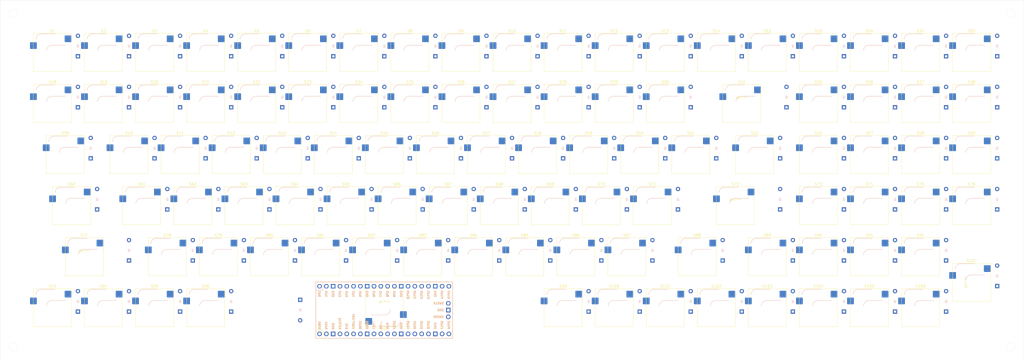
<source format=kicad_pcb>
(kicad_pcb (version 20240108) (generator "pcbnew") (generator_version "8.0")
  (title_block (title "keyboard") (date "2025-01-14") (rev "1") (company "Jack"))
  (layers (0 "F.Cu" signal) (31 "B.Cu" signal) (34 "B.Paste" user) (35 "F.Paste" user) (36 "B.SilkS" user "B.Silkscreen") (37 "F.SilkS" user "F.Silkscreen") (38 "B.Mask" user) (39 "F.Mask" user) (44 "Edge.Cuts" user))
  (net 0 "")
  (net 1 "Net-(D1-A)")
  (net 2 "ROW0")
  (net 3 "Net-(D6-A)")
  (net 4 "Net-(D7-A)")
  (net 6 "Net-(D8-A)")
  (net 9 "Net-(D9-A)")
  (net 10 "Net-(D10-A)")
  (net 11 "Net-(D11-A)")
  (net 14 "Net-(D12-A)")
  (net 15 "Net-(D13-A)")
  (net 20 "COL0")
  (net 21 "Net-(D14-A)")
  (net 23 "Net-(D15-A)")
  (net 24 "ROW5")
  (net 25 "Net-(D18-A)")
  (net 27 "Net-(D19-A)")
  (net 29 "Net-(D20-A)")
  (net 30 "ROW1")
  (net 31 "Net-(D21-A)")
  (net 32 "Net-(D22-A)")
  (net 33 "Net-(D2-A)")
  (net 34 "Net-(D23-A)")
  (net 35 "Net-(D24-A)")
  (net 38 "ROW2")
  (net 40 "Net-(D25-A)")
  (net 41 "PWR")
  (net 42 "Net-(D3-A)")
  (net 43 "ROW3")
  (net 44 "Net-(D4-A)")
  (net 45 "ROW4")
  (net 46 "Net-(D5-A)")
  (net 47 "Net-(D26-A)")
  (net 48 "Net-(D27-A)")
  (net 49 "Net-(D28-A)")
  (net 50 "Net-(D29-A)")
  (net 51 "Net-(D30-A)")
  (net 52 "Net-(D31-A)")
  (net 53 "Net-(D33-A)")
  (net 54 "Net-(D34-A)")
  (net 55 "Net-(D35-A)")
  (net 56 "Net-(D36-A)")
  (net 57 "Net-(D37-A)")
  (net 58 "Net-(D38-A)")
  (net 59 "Net-(D39-A)")
  (net 60 "Net-(D40-A)")
  (net 61 "Net-(D41-A)")
  (net 62 "Net-(D42-A)")
  (net 63 "Net-(D43-A)")
  (net 64 "Net-(D44-A)")
  (net 65 "Net-(D45-A)")
  (net 66 "Net-(D46-A)")
  (net 67 "Net-(D47-A)")
  (net 68 "Net-(D48-A)")
  (net 69 "Net-(D49-A)")
  (net 70 "Net-(D50-A)")
  (net 71 "Net-(D51-A)")
  (net 72 "Net-(D52-A)")
  (net 73 "Net-(D53-A)")
  (net 74 "Net-(D54-A)")
  (net 75 "Net-(D55-A)")
  (net 76 "Net-(D56-A)")
  (net 77 "Net-(D57-A)")
  (net 78 "Net-(D58-A)")
  (net 79 "Net-(D59-A)")
  (net 80 "Net-(D60-A)")
  (net 81 "Net-(D61-A)")
  (net 82 "Net-(D62-A)")
  (net 83 "Net-(D63-A)")
  (net 84 "Net-(D64-A)")
  (net 85 "Net-(D65-A)")
  (net 86 "Net-(D66-A)")
  (net 87 "Net-(D67-A)")
  (net 88 "Net-(D68-A)")
  (net 89 "Net-(D69-A)")
  (net 90 "Net-(D70-A)")
  (net 91 "Net-(D71-A)")
  (net 92 "Net-(D72-A)")
  (net 93 "Net-(D73-A)")
  (net 94 "Net-(D74-A)")
  (net 95 "Net-(D75-A)")
  (net 96 "Net-(D76-A)")
  (net 97 "Net-(D77-A)")
  (net 98 "Net-(D78-A)")
  (net 99 "Net-(D79-A)")
  (net 100 "Net-(D80-A)")
  (net 101 "Net-(D81-A)")
  (net 102 "Net-(D82-A)")
  (net 103 "Net-(D83-A)")
  (net 104 "Net-(D84-A)")
  (net 105 "Net-(D85-A)")
  (net 106 "Net-(D86-A)")
  (net 107 "Net-(D87-A)")
  (net 108 "Net-(D88-A)")
  (net 109 "Net-(D89-A)")
  (net 110 "Net-(D90-A)")
  (net 111 "Net-(D91-A)")
  (net 112 "Net-(D92-A)")
  (net 113 "Net-(D94-A)")
  (net 114 "Net-(D95-A)")
  (net 115 "Net-(D96-A)")
  (net 116 "Net-(D97-A)")
  (net 117 "Net-(D99-A)")
  (net 118 "Net-(D100-A)")
  (net 119 "Net-(D101-A)")
  (net 120 "Net-(D102-A)")
  (net 121 "Net-(D103-A)")
  (net 122 "Net-(D104-A)")
  (net 123 "Net-(D105-A)")
  (net 124 "Net-(D106-A)")
  (net 125 "Net-(D107-A)")
  (net 126 "COL1")
  (net 127 "COL2")
  (net 128 "COL3")
  (net 129 "COL4")
  (net 130 "COL5")
  (net 131 "COL6")
  (net 132 "COL7")
  (net 133 "COL8")
  (net 134 "COL9")
  (net 135 "COL10")
  (net 136 "COL11")
  (net 137 "COL12")
  (net 138 "COL13")
  (net 139 "COL15")
  (net 140 "COL17")
  (net 141 "COL16")
  (net 142 "COL18")
  (net 143 "COL14")
  (net 144 "GND")
  (footprint "ScottoKeebs_Hotswap:Hotswap_MX_1.00u" (layer "F.Cu") (at 211.93125 114.3)
    (property "Reference" "S27")
    (property "Value" "9")
  )
  (footprint "ScottoKeebs_Hotswap:Hotswap_MX_1.00u" (layer "F.Cu") (at 59.53125 114.3)
    (property "Reference" "S19")
    (property "Value" "1")
  )
  (footprint "ScottoKeebs_Hotswap:Hotswap_MX_1.00u" (layer "F.Cu") (at 288.13125 95.25)
    (property "Reference" "S14")
    (property "Value" "printscreen")
  )
  (footprint "ScottoKeebs_Hotswap:Hotswap_MX_1.00u" (layer "F.Cu") (at 326.23125 114.3)
    (property "Reference" "S35")
    (property "Value" "numlock")
  )
  (footprint "ScottoKeebs_Hotswap:Hotswap_MX_1.00u" (layer "F.Cu") (at 59.53125 190.5)
    (property "Reference" "S94")
    (property "Value" "leftcontrol")
  )
  (footprint "ScottoKeebs_Hotswap:Hotswap_MX_1.00u" (layer "F.Cu") (at 173.83125 114.3)
    (property "Reference" "S25")
    (property "Value" "7")
  )
  (footprint "ScottoKeebs_Hotswap:Hotswap_MX_1.00u" (layer "F.Cu") (at 345.28125 95.25)
    (property "Reference" "S54")
    (property "Value" "end")
  )
  (footprint "ScottoKeebs_Hotswap:Hotswap_MX_1.00u" (layer "F.Cu") (at 78.58125 95.25)
    (property "Reference" "S3")
    (property "Value" "f2")
  )
  (footprint "ScottoKeebs_Hotswap:Hotswap_MX_1.00u" (layer "F.Cu") (at 226.21875 152.4)
    (property "Reference" "S69")
    (property "Value" "l")
  )
  (footprint "ScottoKeebs_Hotswap:Hotswap_MX_1.00u" (layer "F.Cu") (at 364.33125 95.25)
    (property "Reference" "S34")
    (property "Value" "pageup")
  )
  (footprint "ScottoKeebs_Hotswap:Hotswap_MX_1.00u" (layer "F.Cu") (at 159.54375 171.45)
    (property "Reference" "S82")
    (property "Value" "b")
  )
  (footprint "ScottoKeebs_Hotswap:Hotswap_MX_1.00u" (layer "F.Cu") (at 154.78125 95.25)
    (property "Reference" "S7")
    (property "Value" "f6")
  )
  (footprint "ScottoKeebs_Hotswap:Hotswap_MX_1.00u" (layer "F.Cu") (at 88.10625 133.35)
    (property "Reference" "S41")
    (property "Value" "w")
  )
  (footprint "ScottoKeebs_Hotswap:Hotswap_MX_1.00u" (layer "F.Cu") (at 145.25625 133.35)
    (property "Reference" "S44")
    (property "Value" "t")
  )
  (footprint "ScottoKeebs_Stabilizer:Stabilizer_MX_2.00u" (layer "F.Cu") (at 383.38125 180.975 90)
    (property "Reference" "REF**")
    (property "Value" "Stabilizer_MX_2.00u")
  )
  (footprint "ScottoKeebs_Hotswap:Hotswap_MX_1.00u" (layer "F.Cu") (at 364.33125 114.3)
    (property "Reference" "S37")
    (property "Value" "np*")
  )
  (footprint "ScottoKeebs_Hotswap:Hotswap_MX_1.00u" (layer "F.Cu") (at 126.20625 133.35)
    (property "Reference" "S43")
    (property "Value" "r")
  )
  (footprint "ScottoKeebs_Hotswap:Hotswap_MX_1.00u" (layer "F.Cu") (at 235.74375 171.45)
    (property "Reference" "S86")
    (property "Value" ".")
  )
  (footprint "ScottoKeebs_Hotswap:Hotswap_MX_1.00u" (layer "F.Cu") (at 240.50625 133.35)
    (property "Reference" "S49")
    (property "Value" "p")
  )
  (footprint "ScottoKeebs_Stabilizer:Stabilizer_MX_2.00u" (layer "F.Cu") (at 297.65625 114.3)
    (property "Reference" "REF**")
    (property "Value" "Stabilizer_MX_2.00u")
  )
  (footprint "ScottoKeebs_Hotswap:Hotswap_MX_1.00u" (layer "F.Cu") (at 135.73125 114.3)
    (property "Reference" "S23")
    (property "Value" "5")
  )
  (footprint "ScottoKeebs_Hotswap:Hotswap_MX_1.00u" (layer "F.Cu") (at 307.18125 171.45)
    (property "Reference" "S89")
    (property "Value" "up")
  )
  (footprint "ScottoKeebs_Hotswap:Hotswap_MX_1.00u" (layer "F.Cu") (at 307.18125 95.25)
    (property "Reference" "S53")
    (property "Value" "delete")
  )
  (footprint "ScottoKeebs_Hotswap:Hotswap_MX_1.00u" (layer "F.Cu") (at 97.63125 95.25)
    (property "Reference" "S4")
    (property "Value" "f3")
  )
  (footprint "ScottoKeebs_Hotswap:Hotswap_MX_6.00u" (layer "F.Cu") (at 164.30625 190.5 180)
    (property "Reference" "S97")
    (property "Value" "space")
  )
  (footprint "ScottoKeebs_Hotswap:Hotswap_MX_1.00u" (layer "F.Cu") (at 326.23125 171.45)
    (property "Reference" "S90")
    (property "Value" "np1")
  )
  (footprint "ScottoKeebs_Hotswap:Hotswap_MX_1.00u" (layer "F.Cu") (at 73.81875 152.4)
    (property "Reference" "S61")
    (property "Value" "a")
  )
  (footprint "ScottoKeebs_Hotswap:Hotswap_MX_1.00u" (layer "F.Cu") (at 173.83125 95.25)
    (property "Reference" "S8")
    (property "Value" "f7")
  )
  (footprint "ScottoKeebs_Hotswap:Hotswap_MX_1.00u" (layer "F.Cu") (at 259.55625 133.35)
    (property "Reference" "S50")
    (property "Value" "[")
  )
  (footprint "ScottoKeebs_Hotswap:Hotswap_MX_1.00u" (layer "F.Cu") (at 254.79375 171.45)
    (property "Reference" "S87")
    (property "Value" "/")
  )
  (footprint "ScottoKeebs_Hotswap:Hotswap_MX_1.00u" (layer "F.Cu") (at 83.34375 171.45)
    (property "Reference" "S78")
    (property "Value" "z")
  )
  (footprint "ScottoKeebs_Hotswap:Hotswap_MX_2.00u_90deg" (layer "F.Cu") (at 383.38125 180.975)
    (property "Reference" "S107")
    (property "Value" "npenter")
  )
  (footprint "ScottoKeebs_Stabilizer:Stabilizer_MX_2.00u" (layer "F.Cu") (at 295.275 152.4)
    (property "Reference" "REF**")
    (property "Value" "Stabilizer_MX_2.00u")
  )
  (footprint "ScottoKeebs_Hotswap:Hotswap_MX_1.00u" (layer "F.Cu") (at 269.08125 190.5)
    (property "Reference" "S101")
    (property "Value" "rightcontrol")
  )
  (footprint "ScottoKeebs_Hotswap:Hotswap_MX_1.00u" (layer "F.Cu") (at 364.33125 152.4)
    (property "Reference" "S75")
    (property "Value" "np6")
  )
  (footprint "ScottoKeebs_Hotswap:Hotswap_MX_1.00u" (layer "F.Cu") (at 111.91875 152.4)
    (property "Reference" "S63")
    (property "Value" "d")
  )
  (footprint "ScottoKeebs_Hotswap:Hotswap_MX_1.00u" (layer "F.Cu") (at 59.53125 95.25)
    (property "Reference" "S2")
    (property "Value" "f1")
  )
  (footprint "ScottoKeebs_Hotswap:Hotswap_MX_1.75u" (layer "F.Cu") (at 280.9875 171.45)
    (property "Reference" "S88")
    (property "Value" "shift")
  )
  (footprint "ScottoKeebs_Hotswap:Hotswap_MX_1.00u" (layer "F.Cu") (at 78.58125 190.5)
    (property "Reference" "S95")
    (property "Value" "leftalt")
  )
  (footprint "ScottoKeebs_Hotswap:Hotswap_MX_1.00u" (layer "F.Cu") (at 197.64375 171.45)
    (property "Reference" "S84")
    (property "Value" "m")
  )
  (footprint "ScottoKeebs_Stabilizer:Stabilizer_MX_2.00u" (layer "F.Cu") (at 52.3875 171.45)
    (property "Reference" "REF**")
    (property "Value" "Stabilizer_MX_2.00u")
  )
  (footprint "ScottoKeebs_Hotswap:Hotswap_MX_1.00u" (layer "F.Cu") (at 216.69375 171.45)
    (property "Reference" "S85")
    (property "Value" ",")
  )
  (footprint "ScottoKeebs_Hotswap:Hotswap_MX_1.00u" (layer "F.Cu") (at 40.48125 190.5)
    (property "Reference" "S15")
    (property "Value" "leftfunction")
  )
  (footprint "ScottoKeebs_Hotswap:Hotswap_MX_1.00u" (layer "F.Cu") (at 169.06875 152.4)
    (property "Reference" "S66")
    (property "Value" "h")
  )
  (footprint "ScottoKeebs_Hotswap:Hotswap_MX_1.00u" (layer "F.Cu") (at 154.78125 114.3)
    (property "Reference" "S24")
    (property "Value" "6")
  )
  (footprint "ScottoKeebs_Hotswap:Hotswap_MX_1.50u" (layer "F.Cu") (at 45.24375 133.35)
    (property "Reference" "S39")
    (property "Value" "tab")
  )
  (footprint "ScottoKeebs_Hotswap:Hotswap_MX_1.00u" (layer "F.Cu") (at 307.18125 190.5)
    (property "Reference" "S103")
    (property "Value" "down")
  )
  (footprint "ScottoKeebs_Hotswap:Hotswap_MX_1.00u" (layer "F.Cu") (at 345.28125 171.45)
    (property "Reference" "S91")
    (property "Value" "np2")
  )
  (footprint "ScottoKeebs_Hotswap:Hotswap_MX_1.00u" (layer "F.Cu") (at 364.33125 171.45)
    (property "Reference" "S92")
    (property "Value" "np3")
  )
  (footprint "ScottoKeebs_Hotswap:Hotswap_MX_1.00u" (layer "F.Cu") (at 269.08125 95.25)
    (property "Reference" "S13")
    (property "Value" "f12")
  )
  (footprint "ScottoKeebs_Hotswap:Hotswap_MX_1.00u" (layer "F.Cu") (at 345.28125 133.35)
    (property "Reference" "S57")
    (property "Value" "np8")
  )
  (footprint "ScottoKeebs_Hotswap:Hotswap_MX_1.00u" (layer "F.Cu") (at 97.63125 190.5)
    (property "Reference" "S96")
    (property "Value" "leftsuper")
  )
  (footprint "ScottoKeebs_Hotswap:Hotswap_MX_1.00u" (layer "F.Cu") (at 288.13125 190.5)
    (property "Reference" "S102")
    (property "Value" "left")
  )
  (footprint "ScottoKeebs_Hotswap:Hotswap_MX_1.00u" (layer "F.Cu") (at 326.23125 133.35)
    (property "Reference" "S56")
    (property "Value" "np7")
  )
  (footprint "ScottoKeebs_Hotswap:Hotswap_MX_2.25u" (layer "F.Cu") (at 52.3875 171.45)
    (property "Reference" "S77")
    (property "Value" "shift")
  )
  (footprint "ScottoKeebs_Hotswap:Hotswap_MX_1.00u" (layer "F.Cu") (at 69.05625 133.35)
    (property "Reference" "S40")
    (property "Value" "q")
  )
  (footprint "ScottoKeebs_Hotswap:Hotswap_MX_2.00u" (layer "F.Cu") (at 297.65625 114.3)
    (property "Reference" "S31")
    (property "Value" "backspace")
  )
  (footprint "ScottoKeebs_Hotswap:Hotswap_MX_1.00u" (layer "F.Cu") (at 326.23125 190.5)
    (property "Reference" "S104")
    (property "Value" "right")
  )
  (footprint "ScottoKeebs_Hotswap:Hotswap_MX_1.00u" (layer "F.Cu") (at 192.88125 95.25)
    (property "Reference" "S9")
    (property "Value" "f8")
  )
  (footprint "ScottoKeebs_Hotswap:Hotswap_MX_1.00u" (layer "F.Cu") (at 383.38125 133.35)
    (property "Reference" "S59")
    (property "Value" "np+")
  )
  (footprint "ScottoKeebs_Hotswap:Hotswap_MX_1.00u" (layer "F.Cu") (at 230.98125 114.3)
    (property "Reference" "S28")
    (property "Value" "0")
  )
  (footprint "ScottoKeebs_Hotswap:Hotswap_MX_1.00u" (layer "F.Cu") (at 183.35625 133.35)
    (property "Reference" "S46")
    (property "Value" "u")
  )
  (footprint "ScottoKeebs_Hotswap:Hotswap_MX_1.00u" (layer "F.Cu") (at 121.44375 171.45)
    (property "Reference" "S80")
    (property "Value" "c")
  )
  (footprint "ScottoKeebs_Hotswap:Hotswap_MX_1.00u" (layer "F.Cu") (at 230.98125 190.5)
    (property "Reference" "S99")
    (property "Value" "rightsuper")
  )
  (footprint "ScottoKeebs_Hotswap:Hotswap_MX_1.00u" (layer "F.Cu") (at 345.28125 114.3)
    (property "Reference" "S36")
    (property "Value" "np/")
  )
  (footprint "ScottoKeebs_Hotswap:Hotswap_MX_1.00u" (layer "F.Cu") (at 211.93125 95.25)
    (property "Reference" "S10")
    (property "Value" "f9")
  )
  (footprint "ScottoKeebs_Hotswap:Hotswap_MX_1.50u" (layer "F.Cu") (at 302.41875 133.35)
    (property "Reference" "S52")
    (property "Value" "\\")
  )
  (footprint "ScottoKeebs_Hotswap:Hotswap_MX_1.00u" (layer "F.Cu") (at 97.63125 114.3)
    (property "Reference" "S21")
    (property "Value" "3")
  )
  (footprint "ScottoKeebs_Hotswap:Hotswap_MX_1.00u" (layer "F.Cu") (at 140.49375 171.45)
    (property "Reference" "S81")
    (property "Value" "v")
  )
  (footprint "ScottoKeebs_Hotswap:Hotswap_MX_1.00u" (layer "F.Cu") (at 326.23125 152.4)
    (property "Reference" "S73")
    (property "Value" "np4")
  )
  (footprint "ScottoKeebs_Hotswap:Hotswap_MX_1.00u" (layer "F.Cu") (at 364.33125 190.5)
    (property "Reference" "S106")
    (property "Value" "np.")
  )
  (footprint "ScottoKeebs_Hotswap:Hotswap_MX_1.00u" (layer "F.Cu") (at 116.68125 114.3)
    (property "Reference" "S22")
    (property "Value" "4")
  )
  (footprint "ScottoKeebs_Hotswap:Hotswap_MX_1.00u" (layer "F.Cu") (at 250.03125 114.3)
    (property "Reference" "S29")
    (property "Value" "-")
  )
  (footprint "ScottoKeebs_Hotswap:Hotswap_MX_1.00u" (layer "F.Cu") (at 202.40625 133.35)
    (property "Reference" "S47")
    (property "Value" "i")
  )
  (footprint "ScottoKeebs_Hotswap:Hotswap_MX_1.00u" (layer "F.Cu") (at 269.08125 114.3)
    (property "Reference" "S30")
    (property "Value" "=")
  )
  (footprint "ScottoKeebs_Hotswap:Hotswap_MX_1.00u" (layer "F.Cu") (at 221.45625 133.35)
    (property "Reference" "S48")
    (property "Value" "o")
  )
  (footprint "ScottoKeebs_Stabilizer:Stabilizer_MX_6.00u" (layer "F.Cu") (at 164.30625 190.5)
    (property "Reference" "REF**")
    (property "Value" "Stabilizer_MX_6.00u")
  )
  (footprint "ScottoKeebs_Hotswap:Hotswap_MX_1.00u" (layer "F.Cu") (at 345.28125 190.5)
    (property "Reference" "S105")
    (property "Value" "np0")
  )
  (footprint "ScottoKeebs_Hotswap:Hotswap_MX_1.00u" (layer "F.Cu") (at 188.11875 152.4)
    (property "Reference" "S67")
    (property "Value" "j")
  )
  (footprint "ScottoKeebs_Hotswap:Hotswap_MX_1.00u" (layer "F.Cu") (at 345.28125 152.4)
    (property "Reference" "S74")
    (property "Value" "np5")
  )
  (footprint "ScottoKeebs_Hotswap:Hotswap_MX_1.00u" (layer "F.Cu") (at 383.38125 152.4)
    (property "Reference" "S76")
    (property "Value" "np=")
  )
  (footprint "ScottoKeebs_Hotswap:Hotswap_MX_1.00u" (layer "F.Cu") (at 130.96875 152.4)
    (property "Reference" "S64")
    (property "Value" "f")
  )
  (footprint "ScottoKeebs_Hotswap:Hotswap_MX_1.00u" (layer "F.Cu") (at 40.48125 95.25)
    (property "Reference" "S1")
    (property "Value" "esc")
  )
  (footprint "ScottoKeebs_Hotswap:Hotswap_MX_1.00u" (layer "F.Cu") (at 230.98125 95.25)
    (property "Reference" "S11")
    (property "Value" "f10")
  )
  (footprint "ScottoKeebs_Hotswap:Hotswap_MX_1.00u" (layer "F.Cu") (at 164.30625 133.35)
    (property "Reference" "S45")
    (property "Value" "y")
  )
  (footprint "ScottoKeebs_Hotswap:Hotswap_MX_1.00u" (layer "F.Cu") (at 383.38125 114.3)
    (property "Reference" "S38")
    (property "Value" "np-")
  )
  (footprint "ScottoKeebs_Hotswap:Hotswap_MX_1.00u" (layer "F.Cu") (at 92.86875 152.4)
    (property "Reference" "S62")
    (property "Value" "s")
  )
  (footprint "ScottoKeebs_Hotswap:Hotswap_MX_1.00u" (layer "F.Cu") (at 150.01875 152.4)
    (property "Reference" "S65")
    (property "Value" "g")
  )
  (footprint "ScottoKeebs_Hotswap:Hotswap_MX_1.00u" (layer "F.Cu") (at 326.23125 95.25)
    (property "Reference" "S33")
    (property "Value" "home")
  )
  (footprint "ScottoKeebs_Hotswap:Hotswap_MX_1.00u" (layer "F.Cu") (at 135.73125 95.25)
    (property "Reference" "S6")
    (property "Value" "f5")
  )
  (footprint "ScottoKeebs_Hotswap:Hotswap_MX_1.00u" (layer "F.Cu") (at 207.16875 152.4)
    (property "Reference" "S68")
    (property "Value" "k")
  )
  (footprint "ScottoKeebs_Hotswap:Hotswap_MX_1.00u" (layer "F.Cu") (at 245.26875 152.4)
    (property "Reference" "S70")
    (property "Value" ";")
  )
  (footprint "ScottoKeebs_Hotswap:Hotswap_MX_1.00u" (layer "F.Cu") (at 102.39375 171.45)
    (property "Reference" "S79")
    (property "Value" "x")
  )
  (footprint "ScottoKeebs_Hotswap:Hotswap_MX_1.00u" (layer "F.Cu") (at 278.60625 133.35)
    (property "Reference" "S51")
    (property "Value" "]")
  )
  (footprint "ScottoKeebs_Hotswap:Hotswap_MX_1.00u" (layer "F.Cu") (at 250.03125 190.5)
    (property "Reference" "S100")
    (property "Value" "rightalt")
  )
  (footprint "ScottoKeebs_Hotswap:Hotswap_MX_1.00u" (layer "F.Cu") (at 192.88125 114.3)
    (property "Reference" "S26")
    (property "Value" "8")
  )
  (footprint "ScottoKeebs_Hotswap:Hotswap_MX_1.00u" (layer "F.Cu") (at 116.68125 95.25)
    (property "Reference" "S5")
    (property "Value" "f4")
  )
  (footprint "ScottoKeebs_Hotswap:Hotswap_MX_1.00u" (layer "F.Cu") (at 40.48125 114.3)
    (property "Reference" "S18")
    (property "Value" "`")
  )
  (footprint "ScottoKeebs_Hotswap:Hotswap_MX_1.00u" (layer "F.Cu") (at 107.15625 133.35)
    (property "Reference" "S42")
    (property "Value" "e")
  )
  (footprint "ScottoKeebs_Hotswap:Hotswap_MX_1.00u" (layer "F.Cu") (at 364.33125 133.35)
    (property "Reference" "S58")
    (property "Value" "np9")
  )
  (footprint "ScottoKeebs_Hotswap:Hotswap_MX_1.00u" (layer "F.Cu") (at 178.59375 171.45)
    (property "Reference" "S83")
    (property "Value" "n")
  )
  (footprint "ScottoKeebs_Hotswap:Hotswap_MX_1.00u" (layer "F.Cu") (at 250.03125 95.25)
    (property "Reference" "S12")
    (property "Value" "f11")
  )
  (footprint "ScottoKeebs_Hotswap:Hotswap_MX_1.75u" (layer "F.Cu") (at 47.625 152.4)
    (property "Reference" "S60")
    (property "Value" "caps")
  )
  (footprint "ScottoKeebs_Hotswap:Hotswap_MX_2.25u" (layer "F.Cu") (at 295.275 152.4)
    (property "Reference" "S72")
    (property "Value" "enter")
  )
  (footprint "ScottoKeebs_Hotswap:Hotswap_MX_1.00u" (layer "F.Cu") (at 264.31875 152.4)
    (property "Reference" "S71")
    (property "Value" "'")
  )
  (footprint "ScottoKeebs_Hotswap:Hotswap_MX_1.00u" (layer "F.Cu") (at 78.58125 114.3)
    (property "Reference" "S20")
    (property "Value" "2")
  )
  (footprint "ScottoKeebs_Hotswap:Hotswap_MX_1.00u" (layer "F.Cu") (at 383.38125 95.25)
    (property "Reference" "S55")
    (property "Value" "pagedown")
  )
  (footprint "ScottoKeebs_Components:Diode_DO-35" (layer "B.Cu") (at 392.90625 115.72875 90)
    (property "Reference" "D38" (hide yes))
    (property "Value" "Diode" (hide yes))
  )
  (footprint "ScottoKeebs_Components:Diode_DO-35" (layer "B.Cu") (at 202.40625 96.67875 90)
    (property "Reference" "D9" (hide yes))
    (property "Value" "Diode" (hide yes))
  )
  (footprint "ScottoKeebs_Components:Diode_DO-35" (layer "B.Cu") (at 107.15625 191.92875 90)
    (property "Reference" "D96" (hide yes))
    (property "Value" "Diode" (hide yes))
  )
  (footprint "ScottoKeebs_Components:Diode_DO-35" (layer "B.Cu") (at 250.03125 134.77875 90)
    (property "Reference" "D49" (hide yes))
    (property "Value" "Diode" (hide yes))
  )
  (footprint "ScottoKeebs_Components:Diode_DO-35" (layer "B.Cu") (at 183.35625 96.67875 90)
    (property "Reference" "D8" (hide yes))
    (property "Value" "Diode" (hide yes))
  )
  (footprint "ScottoKeebs_Components:Diode_DO-35" (layer "B.Cu") (at 78.58125 134.77875 90)
    (property "Reference" "D40" (hide yes))
    (property "Value" "Diode" (hide yes))
  )
  (footprint "ScottoKeebs_Components:Diode_DO-35" (layer "B.Cu") (at 264.31875 172.87875 90)
    (property "Reference" "D87" (hide yes))
    (property "Value" "Diode" (hide yes))
  )
  (footprint "ScottoKeebs_Components:Diode_DO-35" (layer "B.Cu") (at 169.06875 172.87875 90)
    (property "Reference" "D82" (hide yes))
    (property "Value" "Diode" (hide yes))
  )
  (footprint "ScottoKeebs_Components:Diode_DO-35" (layer "B.Cu") (at 202.40625 115.72875 90)
    (property "Reference" "D26" (hide yes))
    (property "Value" "Diode" (hide yes))
  )
  (footprint "ScottoKeebs_Components:Diode_DO-35" (layer "B.Cu") (at 50.00625 115.72875 90)
    (property "Reference" "D18" (hide yes))
    (property "Value" "Diode" (hide yes))
  )
  (footprint "ScottoKeebs_Components:Diode_DO-35" (layer "B.Cu") (at 373.85625 153.82875 90)
    (property "Reference" "D75" (hide yes))
    (property "Value" "Diode" (hide yes))
  )
  (footprint "ScottoKeebs_Components:Diode_DO-35" (layer "B.Cu") (at 240.50625 115.72875 90)
    (property "Reference" "D28" (hide yes))
    (property "Value" "Diode" (hide yes))
  )
  (footprint "ScottoKeebs_Components:Diode_DO-35" (layer "B.Cu") (at 316.70625 172.87875 90)
    (property "Reference" "D89" (hide yes))
    (property "Value" "Diode" (hide yes))
  )
  (footprint "ScottoKeebs_Components:Diode_DO-35" (layer "B.Cu") (at 107.15625 96.67875 90)
    (property "Reference" "D4" (hide yes))
    (property "Value" "Diode" (hide yes))
  )
  (footprint "ScottoKeebs_Components:Diode_DO-35" (layer "B.Cu") (at 269.08125 134.77875 90)
    (property "Reference" "D50" (hide yes))
    (property "Value" "Diode" (hide yes))
  )
  (footprint "ScottoKeebs_Components:Diode_DO-35" (layer "B.Cu") (at 102.39375 153.82875 90)
    (property "Reference" "D62" (hide yes))
    (property "Value" "Diode" (hide yes))
  )
  (footprint "ScottoKeebs_Components:Diode_DO-35" (layer "B.Cu") (at 354.80625 96.67875 90)
    (property "Reference" "D54" (hide yes))
    (property "Value" "Diode" (hide yes))
  )
  (footprint "ScottoKeebs_Components:Diode_DO-35" (layer "B.Cu") (at 211.93125 134.77875 90)
    (property "Reference" "D47" (hide yes))
    (property "Value" "Diode" (hide yes))
  )
  (footprint "ScottoKeebs_Components:Diode_DO-35" (layer "B.Cu") (at 392.90625 182.40375 90)
    (property "Reference" "D107" (hide yes))
    (property "Value" "Diode" (hide yes))
  )
  (footprint "ScottoKeebs_Components:Diode_DO-35" (layer "B.Cu") (at 50.00625 191.92875 90)
    (property "Reference" "D15" (hide yes))
    (property "Value" "Diode" (hide yes))
  )
  (footprint "ScottoKeebs_Components:Diode_DO-35" (layer "B.Cu") (at 192.88125 134.77875 90)
    (property "Reference" "D46" (hide yes))
    (property "Value" "Diode" (hide yes))
  )
  (footprint "ScottoKeebs_Components:Diode_DO-35" (layer "B.Cu") (at 164.30625 115.72875 90)
    (property "Reference" "D24" (hide yes))
    (property "Value" "Diode" (hide yes))
  )
  (footprint "ScottoKeebs_Components:Diode_DO-35" (layer "B.Cu") (at 57.15 153.82875 90)
    (property "Reference" "D60" (hide yes))
    (property "Value" "Diode" (hide yes))
  )
  (footprint "ScottoKeebs_Components:Diode_DO-35" (layer "B.Cu") (at 107.15625 115.72875 90)
    (property "Reference" "D21" (hide yes))
    (property "Value" "Diode" (hide yes))
  )
  (footprint "ScottoKeebs_Components:Diode_DO-35" (layer "B.Cu") (at 373.85625 191.92875 90)
    (property "Reference" "D106" (hide yes))
    (property "Value" "Diode" (hide yes))
  )
  (footprint "ScottoKeebs_Components:Diode_DO-35" (layer "B.Cu") (at 297.65625 96.67875 90)
    (property "Reference" "D14" (hide yes))
    (property "Value" "Diode" (hide yes))
  )
  (footprint "ScottoKeebs_Components:Diode_DO-35" (layer "B.Cu") (at 290.5125 172.87875 90)
    (property "Reference" "D88" (hide yes))
    (property "Value" "Diode" (hide yes))
  )
  (footprint "ScottoKeebs_Components:Diode_DO-35" (layer "B.Cu") (at 314.325 115.72875 90)
    (property "Reference" "D31" (hide yes))
    (property "Value" "Diode" (hide yes))
  )
  (footprint "ScottoKeebs_Components:Diode_DO-35" (layer "B.Cu") (at 111.91875 172.87875 90)
    (property "Reference" "D79" (hide yes))
    (property "Value" "Diode" (hide yes))
  )
  (footprint "ScottoKeebs_Components:Diode_DO-35" (layer "B.Cu") (at 130.96875 172.87875 90)
    (property "Reference" "D80" (hide yes))
    (property "Value" "Diode" (hide yes))
  )
  (footprint "ScottoKeebs_Components:Diode_DO-35" (layer "B.Cu") (at 132.9 187.565 -90)
    (property "Reference" "D97" (hide yes))
    (property "Value" "Diode" (hide yes))
  )
  (footprint "ScottoKeebs_Components:Diode_DO-35" (layer "B.Cu") (at 335.75625 172.87875 90)
    (property "Reference" "D90" (hide yes))
    (property "Value" "Diode" (hide yes))
  )
  (footprint "ScottoKeebs_Components:Diode_DO-35" (layer "B.Cu") (at 240.50625 96.67875 90)
    (property "Reference" "D11" (hide yes))
    (property "Value" "Diode" (hide yes))
  )
  (footprint "ScottoKeebs_Components:Diode_DO-35" (layer "B.Cu") (at 230.98125 134.77875 90)
    (property "Reference" "D48" (hide yes))
    (property "Value" "Diode" (hide yes))
  )
  (footprint "ScottoKeebs_Components:Diode_DO-35" (layer "B.Cu") (at 240.50625 191.92875 90)
    (property "Reference" "D99" (hide yes))
    (property "Value" "Diode" (hide yes))
  )
  (footprint "ScottoKeebs_Components:Diode_DO-35" (layer "B.Cu") (at 354.80625 172.87875 90)
    (property "Reference" "D91" (hide yes))
    (property "Value" "Diode" (hide yes))
  )
  (footprint "ScottoKeebs_Components:Diode_DO-35" (layer "B.Cu") (at 83.34375 153.82875 90)
    (property "Reference" "D61" (hide yes))
    (property "Value" "Diode" (hide yes))
  )
  (footprint "ScottoKeebs_Components:Diode_DO-35" (layer "B.Cu") (at 150.01875 172.87875 90)
    (property "Reference" "D81" (hide yes))
    (property "Value" "Diode" (hide yes))
  )
  (footprint "ScottoKeebs_Components:Diode_DO-35" (layer "B.Cu") (at 392.90625 134.77875 90)
    (property "Reference" "D59" (hide yes))
    (property "Value" "Diode" (hide yes))
  )
  (footprint "ScottoKeebs_Components:Diode_DO-35" (layer "B.Cu") (at 140.49375 153.82875 90)
    (property "Reference" "D64" (hide yes))
    (property "Value" "Diode" (hide yes))
  )
  (footprint "ScottoKeebs_Components:Diode_DO-35" (layer "B.Cu") (at 164.30625 96.67875 90)
    (property "Reference" "D7" (hide yes))
    (property "Value" "Diode" (hide yes))
  )
  (footprint "ScottoKeebs_Components:Diode_DO-35" (layer "B.Cu") (at 259.55625 191.92875 90)
    (property "Reference" "D100" (hide yes))
    (property "Value" "Diode" (hide yes))
  )
  (footprint "ScottoKeebs_Components:Diode_DO-35" (layer "B.Cu") (at 92.86875 172.87875 90)
    (property "Reference" "D78" (hide yes))
    (property "Value" "Diode" (hide yes))
  )
  (footprint "ScottoKeebs_Components:Diode_DO-35" (layer "B.Cu") (at 278.60625 96.67875 90)
    (property "Reference" "D13" (hide yes))
    (property "Value" "Diode" (hide yes))
  )
  (footprint "ScottoKeebs_Components:Diode_DO-35" (layer "B.Cu") (at 335.75625 134.77875 90)
    (property "Reference" "D56" (hide yes))
    (property "Value" "Diode" (hide yes))
  )
  (footprint "ScottoKeebs_Components:Diode_DO-35" (layer "B.Cu") (at 50.00625 96.67875 90)
    (property "Reference" "D1" (hide yes))
    (property "Value" "Diode" (hide yes))
  )
  (footprint "ScottoKeebs_Components:Diode_DO-35" (layer "B.Cu") (at 259.55625 96.67875 90)
    (property "Reference" "D12" (hide yes))
    (property "Value" "Diode" (hide yes))
  )
  (footprint "ScottoKeebs_Components:Diode_DO-35" (layer "B.Cu") (at 159.54375 153.82875 90)
    (property "Reference" "D65" (hide yes))
    (property "Value" "Diode" (hide yes))
  )
  (footprint "ScottoKeebs_Components:Diode_DO-35" (layer "B.Cu") (at 373.85625 134.77875 90)
    (property "Reference" "D58" (hide yes))
    (property "Value" "Diode" (hide yes))
  )
  (footprint "ScottoKeebs_Components:Diode_DO-35" (layer "B.Cu") (at 97.63125 134.77875 90)
    (property "Reference" "D41" (hide yes))
    (property "Value" "Diode" (hide yes))
  )
  (footprint "ScottoKeebs_Components:Diode_DO-35" (layer "B.Cu") (at 273.84375 153.82875 90)
    (property "Reference" "D71" (hide yes))
    (property "Value" "Diode" (hide yes))
  )
  (footprint "ScottoKeebs_Components:Diode_DO-35" (layer "B.Cu") (at 88.10625 115.72875 90)
    (property "Reference" "D20" (hide yes))
    (property "Value" "Diode" (hide yes))
  )
  (footprint "ScottoKeebs_Components:Diode_DO-35" (layer "B.Cu") (at 311.94375 134.77875 90)
    (property "Reference" "D52" (hide yes))
    (property "Value" "Diode" (hide yes))
  )
  (footprint "ScottoKeebs_Components:Diode_DO-35" (layer "B.Cu") (at 335.75625 153.82875 90)
    (property "Reference" "D73" (hide yes))
    (property "Value" "Diode" (hide yes))
  )
  (footprint "ScottoKeebs_Components:Diode_DO-35" (layer "B.Cu") (at 335.75625 115.72875 90)
    (property "Reference" "D35" (hide yes))
    (property "Value" "Diode" (hide yes))
  )
  (footprint "ScottoKeebs_Components:Diode_DO-35" (layer "B.Cu") (at 288.13125 134.77875 90)
    (property "Reference" "D51" (hide yes))
    (property "Value" "Diode" (hide yes))
  )
  (footprint "ScottoKeebs_Components:Diode_DO-35" (layer "B.Cu") (at 69.05625 96.67875 90)
    (property "Reference" "D2" (hide yes))
    (property "Value" "Diode" (hide yes))
  )
  (footprint "ScottoKeebs_Components:Diode_DO-35" (layer "B.Cu") (at 135.73125 134.77875 90)
    (property "Reference" "D43" (hide yes))
    (property "Value" "Diode" (hide yes))
  )
  (footprint "ScottoKeebs_Components:Diode_DO-35" (layer "B.Cu") (at 126.20625 115.72875 90)
    (property "Reference" "D22" (hide yes))
    (property "Value" "Diode" (hide yes))
  )
  (footprint "ScottoKeebs_Components:Diode_DO-35" (layer "B.Cu") (at 311.94375 153.82875 90)
    (property "Reference" "D72" (hide yes))
    (property "Value" "Diode" (hide yes))
  )
  (footprint "ScottoKeebs_Components:Diode_DO-35" (layer "B.Cu") (at 88.10625 96.67875 90)
    (property "Reference" "D3" (hide yes))
    (property "Value" "Diode" (hide yes))
  )
  (footprint "ScottoKeebs_Components:Diode_DO-35" (layer "B.Cu") (at 259.55625 115.72875 90)
    (property "Reference" "D29" (hide yes))
    (property "Value" "Diode" (hide yes))
  )
  (footprint "ScottoKeebs_Components:Diode_DO-35" (layer "B.Cu") (at 392.90625 153.82875 90)
    (property "Reference" "D76" (hide yes))
    (property "Value" "Diode" (hide yes))
  )
  (footprint "ScottoKeebs_Components:Diode_DO-35" (layer "B.Cu") (at 335.75625 96.67875 90)
    (property "Reference" "D33" (hide yes))
    (property "Value" "Diode" (hide yes))
  )
  (footprint "ScottoKeebs_Components:Diode_DO-35" (layer "B.Cu") (at 373.85625 115.72875 90)
    (property "Reference" "D37" (hide yes))
    (property "Value" "Diode" (hide yes))
  )
  (footprint "ScottoKeebs_Components:Diode_DO-35" (layer "B.Cu") (at 69.05625 172.87875 90)
    (property "Reference" "D77" (hide yes))
    (property "Value" "Diode" (hide yes))
  )
  (footprint "ScottoKeebs_Components:Diode_DO-35" (layer "B.Cu") (at 116.68125 134.77875 90)
    (property "Reference" "D42" (hide yes))
    (property "Value" "Diode" (hide yes))
  )
  (footprint "ScottoKeebs_Components:Diode_DO-35" (layer "B.Cu") (at 354.80625 115.72875 90)
    (property "Reference" "D36" (hide yes))
    (property "Value" "Diode" (hide yes))
  )
  (footprint "ScottoKeebs_Components:Diode_DO-35" (layer "B.Cu") (at 173.83125 134.77875 90)
    (property "Reference" "D45" (hide yes))
    (property "Value" "Diode" (hide yes))
  )
  (footprint "ScottoKeebs_Components:Diode_DO-35" (layer "B.Cu") (at 278.60625 191.92875 90)
    (property "Reference" "D101" (hide yes))
    (property "Value" "Diode" (hide yes))
  )
  (footprint "ScottoKeebs_Components:Diode_DO-35" (layer "B.Cu") (at 207.16875 172.87875 90)
    (property "Reference" "D84" (hide yes))
    (property "Value" "Diode" (hide yes))
  )
  (footprint "ScottoKeebs_Components:Diode_DO-35" (layer "B.Cu") (at 183.35625 115.72875 90)
    (property "Reference" "D25" (hide yes))
    (property "Value" "Diode" (hide yes))
  )
  (footprint "ScottoKeebs_Components:Diode_DO-35" (layer "B.Cu") (at 221.45625 115.72875 90)
    (property "Reference" "D27" (hide yes))
    (property "Value" "Diode" (hide yes))
  )
  (footprint "ScottoKeebs_Components:Diode_DO-35" (layer "B.Cu") (at 216.69375 153.82875 90)
    (property "Reference" "D68" (hide yes))
    (property "Value" "Diode" (hide yes))
  )
  (footprint "ScottoKeebs_Components:Diode_DO-35" (layer "B.Cu") (at 392.90625 96.67875 90)
    (property "Reference" "D55" (hide yes))
    (property "Value" "Diode" (hide yes))
  )
  (footprint "ScottoKeebs_Components:Diode_DO-35" (layer "B.Cu") (at 278.60625 115.72875 90)
    (property "Reference" "D30" (hide yes))
    (property "Value" "Diode" (hide yes))
  )
  (footprint "ScottoKeebs_Components:Diode_DO-35" (layer "B.Cu") (at 69.05625 115.72875 90)
    (property "Reference" "D19" (hide yes))
    (property "Value" "Diode" (hide yes))
  )
  (footprint "ScottoKeebs_Components:Diode_DO-35" (layer "B.Cu") (at 373.85625 96.67875 90)
    (property "Reference" "D34" (hide yes))
    (property "Value" "Diode" (hide yes))
  )
  (footprint "ScottoKeebs_Components:Diode_DO-35" (layer "B.Cu") (at 145.25625 96.67875 90)
    (property "Reference" "D6" (hide yes))
    (property "Value" "Diode" (hide yes))
  )
  (footprint "ScottoKeebs_Components:Diode_DO-35" (layer "B.Cu") (at 235.74375 153.82875 90)
    (property "Reference" "D69" (hide yes))
    (property "Value" "Diode" (hide yes))
  )
  (footprint "ScottoKeebs_Components:Diode_DO-35" (layer "B.Cu") (at 197.64375 153.82875 90)
    (property "Reference" "D67" (hide yes))
    (property "Value" "Diode" (hide yes))
  )
  (footprint "ScottoKeebs_Components:Diode_DO-35" (layer "B.Cu") (at 226.21875 172.87875 90)
    (property "Reference" "D85" (hide yes))
    (property "Value" "Diode" (hide yes))
  )
  (footprint "ScottoKeebs_Components:Diode_DO-35" (layer "B.Cu") (at 373.85625 172.87875 90)
    (property "Reference" "D92" (hide yes))
    (property "Value" "Diode" (hide yes))
  )
  (footprint "ScottoKeebs_Components:Diode_DO-35" (layer "B.Cu") (at 354.80625 153.82875 90)
    (property "Reference" "D74" (hide yes))
    (property "Value" "Diode" (hide yes))
  )
  (footprint "ScottoKeebs_Components:Diode_DO-35" (layer "B.Cu") (at 316.70625 191.92875 90)
    (property "Reference" "D103" (hide yes))
    (property "Value" "Diode" (hide yes))
  )
  (footprint "ScottoKeebs_Components:Diode_DO-35" (layer "B.Cu") (at 69.05625 191.92875 90)
    (property "Reference" "D94" (hide yes))
    (property "Value" "Diode" (hide yes))
  )
  (footprint "ScottoKeebs_Components:Diode_DO-35" (layer "B.Cu") (at 335.75625 191.92875 90)
    (property "Reference" "D104" (hide yes))
    (property "Value" "Diode" (hide yes))
  )
  (footprint "ScottoKeebs_MCU:Raspberry_Pi_Pico" (layer "B.Cu") (at 164.26125 191.36875 -90)
    (property "Reference" "U1" (hide yes))
    (property "Value" "Raspberry_Pi_Pico" (hide yes))
  )
  (footprint "ScottoKeebs_Components:Diode_DO-35" (layer "B.Cu") (at 354.80625 191.92875 90)
    (property "Reference" "D105" (hide yes))
    (property "Value" "Diode" (hide yes))
  )
  (footprint "ScottoKeebs_Components:Diode_DO-35" (layer "B.Cu") (at 297.65625 191.92875 90)
    (property "Reference" "D102" (hide yes))
    (property "Value" "Diode" (hide yes))
  )
  (footprint "ScottoKeebs_Components:Diode_DO-35" (layer "B.Cu") (at 221.45625 96.67875 90)
    (property "Reference" "D10" (hide yes))
    (property "Value" "Diode" (hide yes))
  )
  (footprint "ScottoKeebs_Components:Diode_DO-35" (layer "B.Cu") (at 316.70625 96.67875 90)
    (property "Reference" "D53" (hide yes))
    (property "Value" "Diode" (hide yes))
  )
  (footprint "ScottoKeebs_Components:Diode_DO-35" (layer "B.Cu") (at 154.78125 134.77875 90)
    (property "Reference" "D44" (hide yes))
    (property "Value" "Diode" (hide yes))
  )
  (footprint "ScottoKeebs_Components:Diode_DO-35" (layer "B.Cu") (at 254.79375 153.82875 90)
    (property "Reference" "D70" (hide yes))
    (property "Value" "Diode" (hide yes))
  )
  (footprint "ScottoKeebs_Components:Diode_DO-35" (layer "B.Cu") (at 126.20625 96.67875 90)
    (property "Reference" "D5" (hide yes))
    (property "Value" "Diode" (hide yes))
  )
  (footprint "ScottoKeebs_Components:Diode_DO-35" (layer "B.Cu") (at 245.26875 172.87875 90)
    (property "Reference" "D86" (hide yes))
    (property "Value" "Diode" (hide yes))
  )
  (footprint "ScottoKeebs_Components:Diode_DO-35" (layer "B.Cu") (at 188.11875 172.87875 90)
    (property "Reference" "D83" (hide yes))
    (property "Value" "Diode" (hide yes))
  )
  (footprint "ScottoKeebs_Components:Diode_DO-35" (layer "B.Cu") (at 145.25625 115.72875 90)
    (property "Reference" "D23" (hide yes))
    (property "Value" "Diode" (hide yes))
  )
  (footprint "ScottoKeebs_Components:Diode_DO-35" (layer "B.Cu") (at 88.10625 191.92875 90)
    (property "Reference" "D95" (hide yes))
    (property "Value" "Diode" (hide yes))
  )
  (footprint "ScottoKeebs_Components:Diode_DO-35" (layer "B.Cu") (at 54.76875 134.77875 90)
    (property "Reference" "D39" (hide yes))
    (property "Value" "Diode" (hide yes))
  )
  (footprint "ScottoKeebs_Components:Diode_DO-35" (layer "B.Cu") (at 354.80625 134.77875 90)
    (property "Reference" "D57" (hide yes))
    (property "Value" "Diode" (hide yes))
  )
  (footprint "ScottoKeebs_Components:Diode_DO-35" (layer "B.Cu") (at 121.44375 153.82875 90)
    (property "Reference" "D63" (hide yes))
    (property "Value" "Diode" (hide yes))
  )
  (footprint "ScottoKeebs_Components:Diode_DO-35" (layer "B.Cu") (at 178.59375 153.82875 90)
    (property "Reference" "D66" (hide yes))
    (property "Value" "Diode" (hide yes))
  )
  (gr_rect (start 20.95625 75.725) (end 402.90625 210.025) (stroke (width 0.05)) (fill none) (layer "Edge.Cuts"))
  (gr_circle (center 25.9562 80.725) (end 27.5562 80.725) (stroke (width 0.05)) (fill none) (layer "Edge.Cuts"))
  (gr_circle (center 25.9562 205.025) (end 27.5562 205.025) (stroke (width 0.05)) (fill none) (layer "Edge.Cuts"))
  (gr_circle (center 397.9062 205.025) (end 399.5062 205.025) (stroke (width 0.05)) (fill none) (layer "Edge.Cuts"))
  (gr_circle (center 397.9062 80.725) (end 399.5062 80.725) (stroke (width 0.05)) (fill none) (layer "Edge.Cuts"))
)
</source>
